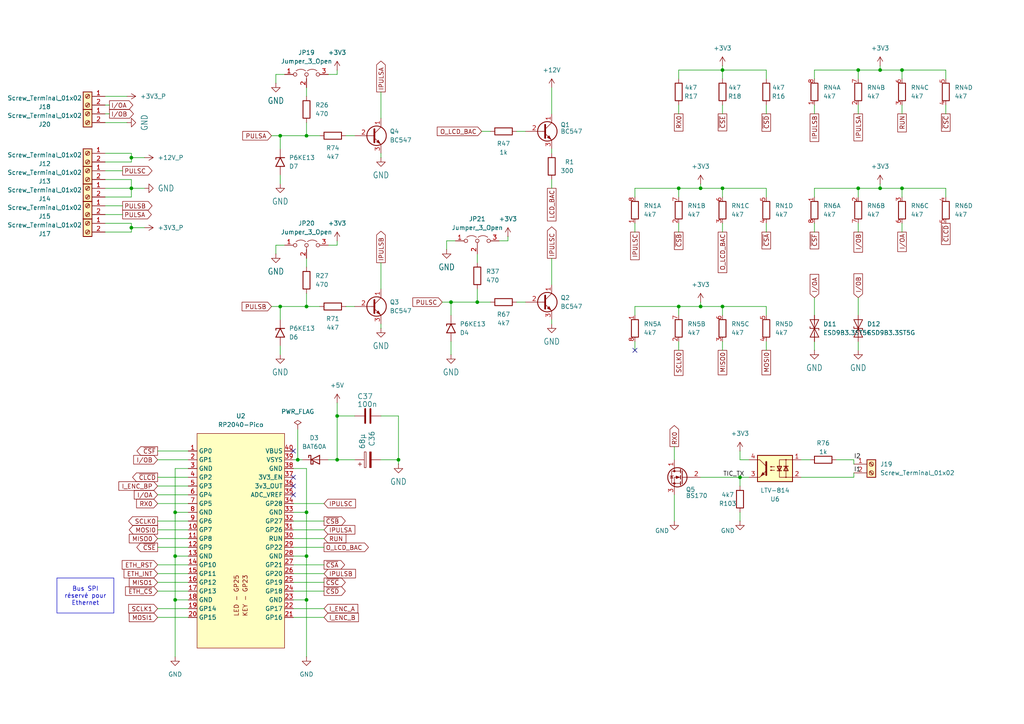
<source format=kicad_sch>
(kicad_sch (version 20231120) (generator "eeschema") (generator_version "8.0")
  (paper "A4")
  (lib_symbols
    (symbol "Connector:Screw_Terminal_01x02" (pin_names (offset 1.016) hide)
      (property "Reference" "J" (at 0 2.54 0))
      (property "Value" "Screw_Terminal_01x02" (at 0 -5.08 0))
      (symbol "Screw_Terminal_01x02_1_1"
        (pin passive line (at -5.08 0 0) (length 3.81) (name "Pin_1") (number "1"))
        (pin passive line (at -5.08 -2.54 0) (length 3.81) (name "Pin_2") (number "2"))
      )
    )
    (symbol "Device:C" (pin_numbers hide) (pin_names (offset 0.254))
      (property "Reference" "C" (at 0.635 2.54 0))
      (property "Value" "C" (at 0.635 -2.54 0))
      (symbol "C_1_1"
        (pin passive line (at 0 3.81 270) (length 2.794) (name "~") (number "1"))
        (pin passive line (at 0 -3.81 90) (length 2.794) (name "~") (number "2"))
      )
    )
    (symbol "Device:C_Polarized" (pin_numbers hide) (pin_names (offset 0.254))
      (property "Reference" "C" (at 0.635 2.54 0))
      (property "Value" "C_Polarized" (at 0.635 -2.54 0))
      (symbol "C_Polarized_1_1"
        (pin passive line (at 0 3.81 270) (length 2.794) (name "~") (number "1"))
        (pin passive line (at 0 -3.81 90) (length 2.794) (name "~") (number "2"))
      )
    )
    (symbol "Device:R" (pin_numbers hide) (pin_names (offset 0))
      (property "Reference" "R" (at 2.032 0 90))
      (property "Value" "R" (at 0 0 90))
      (symbol "R_1_1"
        (pin passive line (at 0 3.81 270) (length 1.27) (name "~") (number "1"))
        (pin passive line (at 0 -3.81 90) (length 1.27) (name "~") (number "2"))
      )
    )
    (symbol "Device:R_Pack04_Split" (pin_names (offset 0) hide)
      (property "Reference" "RN" (at 2.032 0 90))
      (property "Value" "R_Pack04_Split" (at 0 0 90))
      (symbol "R_Pack04_Split_1_1"
        (pin passive line (at 0 -3.81 90) (length 1.27) (name "R1.1") (number "1"))
        (pin passive line (at 0 3.81 270) (length 1.27) (name "R1.2") (number "8"))
      )
      (symbol "R_Pack04_Split_2_1"
        (pin passive line (at 0 -3.81 90) (length 1.27) (name "R2.1") (number "2"))
        (pin passive line (at 0 3.81 270) (length 1.27) (name "R2.2") (number "7"))
      )
      (symbol "R_Pack04_Split_3_1"
        (pin passive line (at 0 -3.81 90) (length 1.27) (name "R3.1") (number "3"))
        (pin passive line (at 0 3.81 270) (length 1.27) (name "R3.2") (number "6"))
      )
      (symbol "R_Pack04_Split_4_1"
        (pin passive line (at 0 -3.81 90) (length 1.27) (name "R4.1") (number "4"))
        (pin passive line (at 0 3.81 270) (length 1.27) (name "R4.2") (number "5"))
      )
    )
    (symbol "Diode:1N62xxA" (pin_numbers hide) (pin_names (offset 1.016) hide)
      (property "Reference" "D" (at 0 2.54 0))
      (property "Value" "1N62xxA" (at 0 -2.54 0))
      (symbol "1N62xxA_1_1"
        (pin passive line (at -3.81 0 0) (length 2.54) (name "A1") (number "1"))
        (pin passive line (at 3.81 0 180) (length 2.54) (name "A2") (number "2"))
      )
    )
    (symbol "Diode:BAT60A" (pin_numbers hide) (pin_names (offset 1.016) hide)
      (property "Reference" "D" (at 0 2.54 0))
      (property "Value" "BAT60A" (at 0 -2.54 0))
      (symbol "BAT60A_1_1"
        (pin passive line (at -3.81 0 0) (length 2.54) (name "K") (number "1"))
        (pin passive line (at 3.81 0 180) (length 2.54) (name "A") (number "2"))
      )
    )
    (symbol "Diode:ESD9B3.3ST5G" (pin_numbers hide) (pin_names (offset 1.016) hide)
      (property "Reference" "D" (at 0 2.54 0))
      (property "Value" "ESD9B3.3ST5G" (at 0 -2.54 0))
      (symbol "ESD9B3.3ST5G_1_1"
        (pin passive line (at -3.81 0 0) (length 2.54) (name "A1") (number "1"))
        (pin passive line (at 3.81 0 180) (length 2.54) (name "A2") (number "2"))
      )
    )
    (symbol "Isolator:LTV-814" (pin_names (offset 1.016))
      (property "Reference" "U" (at -5.08 5.08 0))
      (property "Value" "LTV-814" (at 0 5.08 0))
      (symbol "LTV-814_1_1"
        (pin passive line (at -7.62 2.54 0) (length 2.54) (name "~") (number "1"))
        (pin passive line (at -7.62 -2.54 0) (length 2.54) (name "~") (number "2"))
        (pin passive line (at 7.62 -2.54 180) (length 2.54) (name "~") (number "3"))
        (pin passive line (at 7.62 2.54 180) (length 2.54) (name "~") (number "4"))
      )
    )
    (symbol "Jumper:Jumper_3_Open" (pin_names (offset 0) hide) (exclude_from_sim yes) (in_bom no)
      (property "Reference" "JP" (at -2.54 -2.54 0))
      (property "Value" "Jumper_3_Open" (at 0 2.794 0))
      (symbol "Jumper_3_Open_1_1"
        (pin passive line (at -6.35 0 0) (length 2.54) (name "A") (number "1"))
        (pin passive line (at 0 -3.81 90) (length 2.54) (name "C") (number "2"))
        (pin passive line (at 6.35 0 180) (length 2.54) (name "B") (number "3"))
      )
    )
    (symbol "RP2040-Pico:RP2040-Pico"
      (property "Reference" "U903" (at 0 25.4 0))
      (property "Value" "RP2040-Pico" (at 0 22.86 0))
      (symbol "RP2040-Pico_0_0"
        (text "KEY - GP23" (at 1.27 -26.67 900) (effects (font (size 1.27 1.27))))
        (text "LED - GP25" (at -1.27 -26.67 900) (effects (font (size 1.27 1.27))))
      )
      (symbol "RP2040-Pico_1_1"
        (pin bidirectional line (at -15.24 15.24 0) (length 2.54) (name "GP0") (number "1"))
        (pin bidirectional line (at -15.24 -7.62 0) (length 2.54) (name "GP7") (number "10"))
        (pin bidirectional line (at -15.24 -10.16 0) (length 2.54) (name "GP8") (number "11"))
        (pin bidirectional line (at -15.24 -12.7 0) (length 2.54) (name "GP9") (number "12"))
        (pin power_in line (at -15.24 -15.24 0) (length 2.54) (name "GND") (number "13"))
        (pin bidirectional line (at -15.24 -17.78 0) (length 2.54) (name "GP10") (number "14"))
        (pin bidirectional line (at -15.24 -20.32 0) (length 2.54) (name "GP11") (number "15"))
        (pin bidirectional line (at -15.24 -22.86 0) (length 2.54) (name "GP12") (number "16"))
        (pin bidirectional line (at -15.24 -25.4 0) (length 2.54) (name "GP13") (number "17"))
        (pin power_in line (at -15.24 -27.94 0) (length 2.54) (name "GND") (number "18"))
        (pin bidirectional line (at -15.24 -30.48 0) (length 2.54) (name "GP14") (number "19"))
        (pin bidirectional line (at -15.24 12.7 0) (length 2.54) (name "GP1") (number "2"))
        (pin bidirectional line (at -15.24 -33.02 0) (length 2.54) (name "GP15") (number "20"))
        (pin bidirectional line (at 15.24 -33.02 180) (length 2.54) (name "GP16") (number "21"))
        (pin bidirectional line (at 15.24 -30.48 180) (length 2.54) (name "GP17") (number "22"))
        (pin power_in line (at 15.24 -27.94 180) (length 2.54) (name "GND") (number "23"))
        (pin bidirectional line (at 15.24 -25.4 180) (length 2.54) (name "GP18") (number "24"))
        (pin bidirectional line (at 15.24 -22.86 180) (length 2.54) (name "GP19") (number "25"))
        (pin bidirectional line (at 15.24 -20.32 180) (length 2.54) (name "GP20") (number "26"))
        (pin bidirectional line (at 15.24 -17.78 180) (length 2.54) (name "GP21") (number "27"))
        (pin power_in line (at 15.24 -15.24 180) (length 2.54) (name "GND") (number "28"))
        (pin bidirectional line (at 15.24 -12.7 180) (length 2.54) (name "GP22") (number "29"))
        (pin power_in line (at -15.24 10.16 0) (length 2.54) (name "GND") (number "3"))
        (pin input line (at 15.24 -10.16 180) (length 2.54) (name "RUN") (number "30"))
        (pin bidirectional line (at 15.24 -7.62 180) (length 2.54) (name "GP26") (number "31"))
        (pin bidirectional line (at 15.24 -5.08 180) (length 2.54) (name "GP27") (number "32"))
        (pin power_in line (at 15.24 -2.54 180) (length 2.54) (name "GND") (number "33"))
        (pin bidirectional line (at 15.24 0 180) (length 2.54) (name "GP28") (number "34"))
        (pin bidirectional line (at 15.24 2.54 180) (length 2.54) (name "ADC_VREF") (number "35"))
        (pin power_out line (at 15.24 5.08 180) (length 2.54) (name "3v3_OUT") (number "36"))
        (pin input line (at 15.24 7.62 180) (length 2.54) (name "3V3_EN") (number "37"))
        (pin power_in line (at 15.24 10.16 180) (length 2.54) (name "GND") (number "38"))
        (pin power_in line (at 15.24 12.7 180) (length 2.54) (name "VSYS") (number "39"))
        (pin bidirectional line (at -15.24 7.62 0) (length 2.54) (name "GP2") (number "4"))
        (pin power_out line (at 15.24 15.24 180) (length 2.54) (name "VBUS") (number "40"))
        (pin bidirectional line (at -15.24 5.08 0) (length 2.54) (name "GP3") (number "5"))
        (pin bidirectional line (at -15.24 2.54 0) (length 2.54) (name "GP4") (number "6"))
        (pin bidirectional line (at -15.24 0 0) (length 2.54) (name "GP5") (number "7"))
        (pin power_in line (at -15.24 -2.54 0) (length 2.54) (name "GND") (number "8"))
        (pin bidirectional line (at -15.24 -5.08 0) (length 2.54) (name "GP6") (number "9"))
      )
    )
    (symbol "Transistor_BJT:BC547" (pin_names (offset 0) hide)
      (property "Reference" "Q" (at 5.08 1.905 0))
      (property "Value" "BC547" (at 5.08 0 0))
      (symbol "BC547_1_1"
        (pin passive line (at 2.54 5.08 270) (length 2.54) (name "C") (number "1"))
        (pin input line (at -5.08 0 0) (length 5.08) (name "B") (number "2"))
        (pin passive line (at 2.54 -5.08 90) (length 2.54) (name "E") (number "3"))
      )
    )
    (symbol "Transistor_FET:BS170" (pin_names hide)
      (property "Reference" "Q" (at 5.08 1.905 0))
      (property "Value" "BS170" (at 5.08 0 0))
      (symbol "BS170_1_1"
        (pin passive line (at 2.54 5.08 270) (length 2.54) (name "D") (number "1"))
        (pin input line (at -5.08 0 0) (length 2.54) (name "G") (number "2"))
        (pin passive line (at 2.54 -5.08 90) (length 2.54) (name "S") (number "3"))
      )
    )
    (symbol "power:+12V" (power) (pin_numbers hide) (pin_names (offset 0) hide)
      (property "Value" "+12V" (at 0 3.556 0))
      (symbol "+12V_1_1"
        (pin power_in line (at 0 0 90) (length 0) (name "~") (number "1"))
      )
    )
    (symbol "power:+3V3" (power) (pin_numbers hide) (pin_names (offset 0) hide)
      (property "Value" "+3V3" (at 0 3.556 0))
      (symbol "+3V3_1_1"
        (pin power_in line (at 0 0 90) (length 0) (name "~") (number "1"))
      )
    )
    (symbol "power:+5V" (power) (pin_numbers hide) (pin_names (offset 0) hide)
      (property "Value" "+5V" (at 0 3.556 0))
      (symbol "+5V_1_1"
        (pin power_in line (at 0 0 90) (length 0) (name "~") (number "1"))
      )
    )
    (symbol "power:GND" (power) (pin_numbers hide) (pin_names (offset 0) hide)
      (property "Value" "GND" (at 0 -3.81 0))
      (symbol "GND_1_1"
        (pin power_in line (at 0 0 270) (length 0) (name "~") (number "1"))
      )
    )
    (symbol "power:PWR_FLAG" (power) (pin_numbers hide) (pin_names (offset 0) hide)
      (property "Value" "PWR_FLAG" (at 0 3.81 0))
      (symbol "PWR_FLAG_0_0"
        (pin power_out line (at 0 0 90) (length 0) (name "~") (number "1"))
      )
    )
  )
  (junction (at 255.27 54.61))
  (junction (at 81.28 39.37))
  (junction (at 50.8 161.29))
  (junction (at 88.9 173.99))
  (junction (at 86.36 133.35))
  (junction (at 97.79 120.65))
  (junction (at 88.9 148.59))
  (junction (at 196.85 54.61))
  (junction (at 50.8 148.59))
  (junction (at 209.55 20.32))
  (junction (at 261.62 20.32))
  (junction (at 88.9 88.9))
  (junction (at 209.55 88.9))
  (junction (at 138.43 87.63))
  (junction (at 88.9 161.29))
  (junction (at 50.8 173.99))
  (junction (at 209.55 54.61))
  (junction (at 248.92 54.61))
  (junction (at 214.63 138.43))
  (junction (at 97.79 133.35))
  (junction (at 38.1 66.04))
  (junction (at 203.2 88.9))
  (junction (at 196.85 88.9))
  (junction (at 88.9 39.37))
  (junction (at 203.2 54.61))
  (junction (at 115.57 133.35))
  (junction (at 261.62 54.61))
  (junction (at 130.81 87.63))
  (junction (at 38.1 54.61))
  (junction (at 38.1 45.72))
  (junction (at 255.27 20.32))
  (junction (at 81.28 88.9))
  (junction (at 248.92 20.32))
  (no_connect (at 85.09 138.43))
  (no_connect (at 184.15 101.6))
  (no_connect (at 85.09 140.97))
  (no_connect (at 85.09 143.51))
  (no_connect (at 85.09 130.81))
  (wire (pts (xy 85.09 173.99) (xy 88.9 173.99)))
  (wire (pts (xy 88.9 74.93) (xy 88.9 77.47)))
  (wire (pts (xy 232.41 138.43) (xy 247.65 138.43)))
  (wire (pts (xy 35.56 62.23) (xy 30.48 62.23)))
  (wire (pts (xy 196.85 101.6) (xy 196.85 99.06)))
  (wire (pts (xy 30.48 33.02) (xy 31.75 33.02)))
  (wire (pts (xy 149.86 87.63) (xy 152.4 87.63)))
  (wire (pts (xy 110.49 44.45) (xy 110.49 45.72)))
  (wire (pts (xy 261.62 20.32) (xy 261.62 22.86)))
  (wire (pts (xy 85.09 161.29) (xy 88.9 161.29)))
  (wire (pts (xy 45.72 166.37) (xy 54.61 166.37)))
  (wire (pts (xy 261.62 67.31) (xy 261.62 64.77)))
  (wire (pts (xy 195.58 143.51) (xy 195.58 151.13)))
  (wire (pts (xy 203.2 88.9) (xy 209.55 88.9)))
  (wire (pts (xy 209.55 88.9) (xy 209.55 91.44)))
  (wire (pts (xy 45.72 179.07) (xy 54.61 179.07)))
  (wire (pts (xy 38.1 66.04) (xy 38.1 67.31)))
  (wire (pts (xy 274.32 20.32) (xy 274.32 22.86)))
  (wire (pts (xy 88.9 85.09) (xy 88.9 88.9)))
  (wire (pts (xy 93.98 166.37) (xy 85.09 166.37)))
  (wire (pts (xy 184.15 99.06) (xy 184.15 101.6)))
  (wire (pts (xy 88.9 35.56) (xy 88.9 39.37)))
  (wire (pts (xy 50.8 161.29) (xy 54.61 161.29)))
  (wire (pts (xy 184.15 88.9) (xy 184.15 91.44)))
  (wire (pts (xy 255.27 53.34) (xy 255.27 54.61)))
  (wire (pts (xy 88.9 135.89) (xy 85.09 135.89)))
  (wire (pts (xy 110.49 133.35) (xy 115.57 133.35)))
  (wire (pts (xy 184.15 64.77) (xy 184.15 67.31)))
  (wire (pts (xy 261.62 54.61) (xy 274.32 54.61)))
  (wire (pts (xy 30.48 35.56) (xy 36.83 35.56)))
  (wire (pts (xy 45.72 151.13) (xy 54.61 151.13)))
  (wire (pts (xy 261.62 33.02) (xy 261.62 30.48)))
  (wire (pts (xy 209.55 20.32) (xy 196.85 20.32)))
  (wire (pts (xy 203.2 53.34) (xy 203.2 54.61)))
  (wire (pts (xy 203.2 88.9) (xy 196.85 88.9)))
  (wire (pts (xy 45.72 156.21) (xy 54.61 156.21)))
  (wire (pts (xy 50.8 135.89) (xy 54.61 135.89)))
  (wire (pts (xy 30.48 67.31) (xy 38.1 67.31)))
  (wire (pts (xy 35.56 59.69) (xy 30.48 59.69)))
  (wire (pts (xy 88.9 135.89) (xy 88.9 148.59)))
  (wire (pts (xy 97.79 21.59) (xy 97.79 20.32)))
  (wire (pts (xy 30.48 30.48) (xy 31.75 30.48)))
  (wire (pts (xy 248.92 99.06) (xy 248.92 101.6)))
  (wire (pts (xy 38.1 57.15) (xy 30.48 57.15)))
  (wire (pts (xy 130.81 87.63) (xy 130.81 91.44)))
  (wire (pts (xy 115.57 133.35) (xy 115.57 134.62)))
  (wire (pts (xy 242.57 133.35) (xy 247.65 133.35)))
  (wire (pts (xy 88.9 25.4) (xy 88.9 27.94)))
  (wire (pts (xy 236.22 20.32) (xy 236.22 22.86)))
  (wire (pts (xy 30.48 44.45) (xy 38.1 44.45)))
  (wire (pts (xy 236.22 54.61) (xy 236.22 57.15)))
  (wire (pts (xy 209.55 19.05) (xy 209.55 20.32)))
  (wire (pts (xy 100.33 39.37) (xy 102.87 39.37)))
  (wire (pts (xy 236.22 99.06) (xy 236.22 101.6)))
  (wire (pts (xy 248.92 20.32) (xy 248.92 22.86)))
  (wire (pts (xy 41.91 66.04) (xy 38.1 66.04)))
  (wire (pts (xy 93.98 151.13) (xy 85.09 151.13)))
  (wire (pts (xy 30.48 52.07) (xy 38.1 52.07)))
  (wire (pts (xy 110.49 120.65) (xy 115.57 120.65)))
  (wire (pts (xy 261.62 54.61) (xy 261.62 57.15)))
  (wire (pts (xy 50.8 148.59) (xy 50.8 161.29)))
  (wire (pts (xy 81.28 100.33) (xy 81.28 102.87)))
  (wire (pts (xy 209.55 101.6) (xy 209.55 99.06)))
  (wire (pts (xy 160.02 92.71) (xy 160.02 93.98)))
  (wire (pts (xy 45.72 158.75) (xy 54.61 158.75)))
  (wire (pts (xy 196.85 88.9) (xy 196.85 91.44)))
  (wire (pts (xy 88.9 173.99) (xy 88.9 190.5)))
  (wire (pts (xy 209.55 54.61) (xy 222.25 54.61)))
  (wire (pts (xy 195.58 129.54) (xy 195.58 133.35)))
  (wire (pts (xy 248.92 54.61) (xy 236.22 54.61)))
  (wire (pts (xy 222.25 101.6) (xy 222.25 99.06)))
  (wire (pts (xy 247.65 137.16) (xy 247.65 138.43)))
  (wire (pts (xy 88.9 39.37) (xy 92.71 39.37)))
  (wire (pts (xy 274.32 33.02) (xy 274.32 30.48)))
  (wire (pts (xy 203.2 54.61) (xy 209.55 54.61)))
  (wire (pts (xy 184.15 54.61) (xy 196.85 54.61)))
  (wire (pts (xy 214.63 148.59) (xy 214.63 151.13)))
  (wire (pts (xy 30.48 64.77) (xy 38.1 64.77)))
  (wire (pts (xy 88.9 88.9) (xy 92.71 88.9)))
  (wire (pts (xy 30.48 27.94) (xy 36.83 27.94)))
  (wire (pts (xy 86.36 124.46) (xy 86.36 133.35)))
  (wire (pts (xy 45.72 130.81) (xy 54.61 130.81)))
  (wire (pts (xy 93.98 163.83) (xy 85.09 163.83)))
  (wire (pts (xy 38.1 45.72) (xy 41.91 45.72)))
  (wire (pts (xy 87.63 133.35) (xy 86.36 133.35)))
  (wire (pts (xy 80.01 21.59) (xy 82.55 21.59)))
  (wire (pts (xy 81.28 50.8) (xy 81.28 53.34)))
  (wire (pts (xy 248.92 54.61) (xy 248.92 57.15)))
  (wire (pts (xy 147.32 69.85) (xy 147.32 68.58)))
  (wire (pts (xy 248.92 54.61) (xy 255.27 54.61)))
  (wire (pts (xy 236.22 33.02) (xy 236.22 30.48)))
  (wire (pts (xy 139.7 38.1) (xy 142.24 38.1)))
  (wire (pts (xy 236.22 20.32) (xy 248.92 20.32)))
  (wire (pts (xy 38.1 44.45) (xy 38.1 45.72)))
  (wire (pts (xy 81.28 88.9) (xy 81.28 92.71)))
  (wire (pts (xy 209.55 88.9) (xy 222.25 88.9)))
  (wire (pts (xy 80.01 71.12) (xy 82.55 71.12)))
  (wire (pts (xy 115.57 120.65) (xy 115.57 133.35)))
  (wire (pts (xy 209.55 20.32) (xy 209.55 22.86)))
  (wire (pts (xy 38.1 64.77) (xy 38.1 66.04)))
  (wire (pts (xy 130.81 87.63) (xy 138.43 87.63)))
  (wire (pts (xy 88.9 161.29) (xy 88.9 173.99)))
  (wire (pts (xy 138.43 87.63) (xy 142.24 87.63)))
  (wire (pts (xy 93.98 168.91) (xy 85.09 168.91)))
  (wire (pts (xy 248.92 33.02) (xy 248.92 30.48)))
  (wire (pts (xy 184.15 88.9) (xy 196.85 88.9)))
  (wire (pts (xy 160.02 25.4) (xy 160.02 33.02)))
  (wire (pts (xy 95.25 71.12) (xy 97.79 71.12)))
  (wire (pts (xy 110.49 93.98) (xy 110.49 95.25)))
  (wire (pts (xy 160.02 74.93) (xy 160.02 82.55)))
  (wire (pts (xy 248.92 64.77) (xy 248.92 67.31)))
  (wire (pts (xy 138.43 83.82) (xy 138.43 87.63)))
  (wire (pts (xy 149.86 38.1) (xy 152.4 38.1)))
  (wire (pts (xy 85.09 156.21) (xy 93.98 156.21)))
  (wire (pts (xy 81.28 39.37) (xy 81.28 43.18)))
  (wire (pts (xy 255.27 19.05) (xy 255.27 20.32)))
  (wire (pts (xy 196.85 54.61) (xy 203.2 54.61)))
  (wire (pts (xy 93.98 179.07) (xy 85.09 179.07)))
  (wire (pts (xy 248.92 20.32) (xy 255.27 20.32)))
  (wire (pts (xy 209.55 33.02) (xy 209.55 30.48)))
  (wire (pts (xy 50.8 173.99) (xy 50.8 190.5)))
  (wire (pts (xy 41.91 54.61) (xy 38.1 54.61)))
  (wire (pts (xy 248.92 86.36) (xy 248.92 91.44)))
  (wire (pts (xy 45.72 143.51) (xy 54.61 143.51)))
  (wire (pts (xy 214.63 138.43) (xy 214.63 140.97)))
  (wire (pts (xy 236.22 67.31) (xy 236.22 64.77)))
  (wire (pts (xy 45.72 146.05) (xy 54.61 146.05)))
  (wire (pts (xy 81.28 88.9) (xy 88.9 88.9)))
  (wire (pts (xy 274.32 54.61) (xy 274.32 57.15)))
  (wire (pts (xy 93.98 153.67) (xy 85.09 153.67)))
  (wire (pts (xy 217.17 138.43) (xy 214.63 138.43)))
  (wire (pts (xy 236.22 86.36) (xy 236.22 91.44)))
  (wire (pts (xy 50.8 161.29) (xy 50.8 173.99)))
  (wire (pts (xy 95.25 21.59) (xy 97.79 21.59)))
  (wire (pts (xy 45.72 171.45) (xy 54.61 171.45)))
  (wire (pts (xy 222.25 33.02) (xy 222.25 30.48)))
  (wire (pts (xy 93.98 171.45) (xy 85.09 171.45)))
  (wire (pts (xy 209.55 54.61) (xy 209.55 57.15)))
  (wire (pts (xy 45.72 153.67) (xy 54.61 153.67)))
  (wire (pts (xy 128.27 87.63) (xy 130.81 87.63)))
  (wire (pts (xy 214.63 130.81) (xy 214.63 133.35)))
  (wire (pts (xy 38.1 45.72) (xy 38.1 46.99)))
  (wire (pts (xy 100.33 88.9) (xy 102.87 88.9)))
  (wire (pts (xy 102.87 133.35) (xy 97.79 133.35)))
  (wire (pts (xy 30.48 46.99) (xy 38.1 46.99)))
  (wire (pts (xy 203.2 87.63) (xy 203.2 88.9)))
  (wire (pts (xy 222.25 67.31) (xy 222.25 64.77)))
  (wire (pts (xy 110.49 76.2) (xy 110.49 83.82)))
  (wire (pts (xy 247.65 134.62) (xy 247.65 133.35)))
  (wire (pts (xy 88.9 148.59) (xy 88.9 161.29)))
  (wire (pts (xy 222.25 88.9) (xy 222.25 91.44)))
  (wire (pts (xy 45.72 176.53) (xy 54.61 176.53)))
  (wire (pts (xy 209.55 20.32) (xy 222.25 20.32)))
  (wire (pts (xy 255.27 54.61) (xy 261.62 54.61)))
  (wire (pts (xy 160.02 52.07) (xy 160.02 54.61)))
  (wire (pts (xy 80.01 73.66) (xy 80.01 71.12)))
  (wire (pts (xy 255.27 20.32) (xy 261.62 20.32)))
  (wire (pts (xy 93.98 146.05) (xy 85.09 146.05)))
  (wire (pts (xy 81.28 39.37) (xy 88.9 39.37)))
  (wire (pts (xy 196.85 67.31) (xy 196.85 64.77)))
  (wire (pts (xy 130.81 99.06) (xy 130.81 102.87)))
  (wire (pts (xy 222.25 54.61) (xy 222.25 57.15)))
  (wire (pts (xy 38.1 54.61) (xy 38.1 52.07)))
  (wire (pts (xy 160.02 43.18) (xy 160.02 44.45)))
  (wire (pts (xy 30.48 54.61) (xy 38.1 54.61)))
  (wire (pts (xy 232.41 133.35) (xy 234.95 133.35)))
  (wire (pts (xy 196.85 54.61) (xy 196.85 57.15)))
  (wire (pts (xy 45.72 168.91) (xy 54.61 168.91)))
  (wire (pts (xy 50.8 135.89) (xy 50.8 148.59)))
  (wire (pts (xy 144.78 69.85) (xy 147.32 69.85)))
  (wire (pts (xy 95.25 133.35) (xy 97.79 133.35)))
  (wire (pts (xy 45.72 138.43) (xy 54.61 138.43)))
  (wire (pts (xy 50.8 148.59) (xy 54.61 148.59)))
  (wire (pts (xy 38.1 54.61) (xy 38.1 57.15)))
  (wire (pts (xy 138.43 73.66) (xy 138.43 76.2)))
  (wire (pts (xy 93.98 176.53) (xy 85.09 176.53)))
  (wire (pts (xy 110.49 26.67) (xy 110.49 34.29)))
  (wire (pts (xy 184.15 54.61) (xy 184.15 57.15)))
  (wire (pts (xy 217.17 133.35) (xy 214.63 133.35)))
  (wire (pts (xy 35.56 49.53) (xy 30.48 49.53)))
  (wire (pts (xy 45.72 133.35) (xy 54.61 133.35)))
  (wire (pts (xy 50.8 173.99) (xy 54.61 173.99)))
  (wire (pts (xy 97.79 116.84) (xy 97.79 120.65)))
  (wire (pts (xy 102.87 120.65) (xy 97.79 120.65)))
  (wire (pts (xy 80.01 24.13) (xy 80.01 21.59)))
  (wire (pts (xy 129.54 69.85) (xy 132.08 69.85)))
  (wire (pts (xy 45.72 163.83) (xy 54.61 163.83)))
  (wire (pts (xy 209.55 67.31) (xy 209.55 64.77)))
  (wire (pts (xy 97.79 120.65) (xy 97.79 133.35)))
  (wire (pts (xy 78.74 39.37) (xy 81.28 39.37)))
  (wire (pts (xy 129.54 72.39) (xy 129.54 69.85)))
  (wire (pts (xy 261.62 20.32) (xy 274.32 20.32)))
  (wire (pts (xy 222.25 20.32) (xy 222.25 22.86)))
  (wire (pts (xy 85.09 148.59) (xy 88.9 148.59)))
  (wire (pts (xy 78.74 88.9) (xy 81.28 88.9)))
  (wire (pts (xy 214.63 138.43) (xy 203.2 138.43)))
  (wire (pts (xy 45.72 140.97) (xy 54.61 140.97)))
  (wire (pts (xy 93.98 158.75) (xy 85.09 158.75)))
  (wire (pts (xy 196.85 33.02) (xy 196.85 30.48)))
  (wire (pts (xy 97.79 71.12) (xy 97.79 69.85)))
  (wire (pts (xy 196.85 20.32) (xy 196.85 22.86)))
  (wire (pts (xy 86.36 133.35) (xy 85.09 133.35)))
  (text_box "Bus SPI réservé pour\nEthernet" (at 16.51 167.64 0) (size 16.51 10.16) (effects (font (size 1.27 1.27))))
  (label "TIC_TX" (at 215.9 138.43 180))
  (label "I1" (at 247.65 137.16 0))
  (label "I2" (at 247.65 133.35 0))
  (global_label "IPULSA" (shape output) (at 110.49 26.67 90) (property "Intersheetrefs" "${INTERSHEET_REFS}" (effects (hide yes))))
  (global_label "PULSC" (shape input) (at 128.27 87.63 180) (property "Intersheetrefs" "${INTERSHEET_REFS}" (effects (hide yes))))
  (global_label "I{slash}OB" (shape passive) (at 248.92 67.31 270) (property "Intersheetrefs" "${INTERSHEET_REFS}" (effects (hide yes))))
  (global_label "I_ENC_BP" (shape input) (at 45.72 140.97 180) (property "Intersheetrefs" "${INTERSHEET_REFS}" (effects (hide yes))))
  (global_label "IPULSC" (shape output) (at 160.02 74.93 90) (property "Intersheetrefs" "${INTERSHEET_REFS}" (effects (hide yes))))
  (global_label "O_LCD_BAC" (shape output) (at 93.98 158.75 0) (property "Intersheetrefs" "${INTERSHEET_REFS}" (effects (hide yes))))
  (global_label "I_ENC_B" (shape input) (at 93.98 179.07 0) (property "Intersheetrefs" "${INTERSHEET_REFS}" (effects (hide yes))))
  (global_label "I{slash}OA" (shape passive) (at 261.62 67.31 270) (property "Intersheetrefs" "${INTERSHEET_REFS}" (effects (hide yes))))
  (global_label "I_ENC_A" (shape input) (at 93.98 176.53 0) (property "Intersheetrefs" "${INTERSHEET_REFS}" (effects (hide yes))))
  (global_label "~{CSF}" (shape output) (at 45.72 130.81 180) (property "Intersheetrefs" "${INTERSHEET_REFS}" (effects (hide yes))))
  (global_label "I{slash}OA" (shape output) (at 31.75 30.48 0) (property "Intersheetrefs" "${INTERSHEET_REFS}" (effects (hide yes))))
  (global_label "PULSA" (shape input) (at 78.74 39.37 180) (property "Intersheetrefs" "${INTERSHEET_REFS}" (effects (hide yes))))
  (global_label "MOSI1" (shape input) (at 45.72 179.07 180) (property "Intersheetrefs" "${INTERSHEET_REFS}" (effects (hide yes))))
  (global_label "RUN" (shape passive) (at 261.62 33.02 270) (property "Intersheetrefs" "${INTERSHEET_REFS}" (effects (hide yes))))
  (global_label "~{CLCD}" (shape output) (at 45.72 138.43 180) (property "Intersheetrefs" "${INTERSHEET_REFS}" (effects (hide yes))))
  (global_label "I{slash}OA" (shape input) (at 45.72 143.51 180) (property "Intersheetrefs" "${INTERSHEET_REFS}" (effects (hide yes))))
  (global_label "I{slash}OA" (shape input) (at 236.22 86.36 90) (property "Intersheetrefs" "${INTERSHEET_REFS}" (effects (hide yes))))
  (global_label "~{CSE}" (shape passive) (at 209.55 33.02 270) (property "Intersheetrefs" "${INTERSHEET_REFS}" (effects (hide yes))))
  (global_label "MOSI0" (shape output) (at 45.72 153.67 180) (property "Intersheetrefs" "${INTERSHEET_REFS}" (effects (hide yes))))
  (global_label "PULSC" (shape output) (at 35.56 49.53 0) (property "Intersheetrefs" "${INTERSHEET_REFS}" (effects (hide yes))))
  (global_label "RX0" (shape passive) (at 196.85 33.02 270) (property "Intersheetrefs" "${INTERSHEET_REFS}" (effects (hide yes))))
  (global_label "MISO1" (shape input) (at 45.72 168.91 180) (property "Intersheetrefs" "${INTERSHEET_REFS}" (effects (hide yes))))
  (global_label "~{CSC}" (shape passive) (at 274.32 33.02 270) (property "Intersheetrefs" "${INTERSHEET_REFS}" (effects (hide yes))))
  (global_label "~{ETH_CS}" (shape input) (at 45.72 171.45 180) (property "Intersheetrefs" "${INTERSHEET_REFS}" (effects (hide yes))))
  (global_label "RX0" (shape output) (at 195.58 129.54 90) (property "Intersheetrefs" "${INTERSHEET_REFS}" (effects (hide yes))))
  (global_label "RX0" (shape input) (at 45.72 146.05 180) (property "Intersheetrefs" "${INTERSHEET_REFS}" (effects (hide yes))))
  (global_label "~{CLCD}" (shape passive) (at 274.32 64.77 270) (property "Intersheetrefs" "${INTERSHEET_REFS}" (effects (hide yes))))
  (global_label "~{CSD}" (shape passive) (at 222.25 33.02 270) (property "Intersheetrefs" "${INTERSHEET_REFS}" (effects (hide yes))))
  (global_label "ETH_INT" (shape input) (at 45.72 166.37 180) (property "Intersheetrefs" "${INTERSHEET_REFS}" (effects (hide yes))))
  (global_label "O_LCD_BAC" (shape input) (at 139.7 38.1 180) (property "Intersheetrefs" "${INTERSHEET_REFS}" (effects (hide yes))))
  (global_label "LCD_BAC" (shape passive) (at 160.02 54.61 270) (property "Intersheetrefs" "${INTERSHEET_REFS}" (effects (hide yes))))
  (global_label "MOSI0" (shape passive) (at 222.25 101.6 270) (property "Intersheetrefs" "${INTERSHEET_REFS}" (effects (hide yes))))
  (global_label "ETH_RST" (shape input) (at 45.72 163.83 180) (property "Intersheetrefs" "${INTERSHEET_REFS}" (effects (hide yes))))
  (global_label "I{slash}OB" (shape input) (at 45.72 133.35 180) (property "Intersheetrefs" "${INTERSHEET_REFS}" (effects (hide yes))))
  (global_label "I{slash}OB" (shape output) (at 31.75 33.02 0) (property "Intersheetrefs" "${INTERSHEET_REFS}" (effects (hide yes))))
  (global_label "~{CSC}" (shape output) (at 93.98 168.91 0) (property "Intersheetrefs" "${INTERSHEET_REFS}" (effects (hide yes))))
  (global_label "SCLK0" (shape passive) (at 196.85 101.6 270) (property "Intersheetrefs" "${INTERSHEET_REFS}" (effects (hide yes))))
  (global_label "IPULSB" (shape passive) (at 236.22 33.02 270) (property "Intersheetrefs" "${INTERSHEET_REFS}" (effects (hide yes))))
  (global_label "RUN" (shape input) (at 93.98 156.21 0) (property "Intersheetrefs" "${INTERSHEET_REFS}" (effects (hide yes))))
  (global_label "MISO0" (shape input) (at 45.72 156.21 180) (property "Intersheetrefs" "${INTERSHEET_REFS}" (effects (hide yes))))
  (global_label "~{CSD}" (shape output) (at 93.98 171.45 0) (property "Intersheetrefs" "${INTERSHEET_REFS}" (effects (hide yes))))
  (global_label "IPULSC" (shape input) (at 93.98 146.05 0) (property "Intersheetrefs" "${INTERSHEET_REFS}" (effects (hide yes))))
  (global_label "O_LCD_BAC" (shape passive) (at 209.55 67.31 270) (property "Intersheetrefs" "${INTERSHEET_REFS}" (effects (hide yes))))
  (global_label "~{CSB}" (shape output) (at 93.98 151.13 0) (property "Intersheetrefs" "${INTERSHEET_REFS}" (effects (hide yes))))
  (global_label "MISO0" (shape passive) (at 209.55 101.6 270) (property "Intersheetrefs" "${INTERSHEET_REFS}" (effects (hide yes))))
  (global_label "IPULSA" (shape input) (at 93.98 153.67 0) (property "Intersheetrefs" "${INTERSHEET_REFS}" (effects (hide yes))))
  (global_label "PULSB" (shape input) (at 78.74 88.9 180) (property "Intersheetrefs" "${INTERSHEET_REFS}" (effects (hide yes))))
  (global_label "IPULSC" (shape passive) (at 184.15 67.31 270) (property "Intersheetrefs" "${INTERSHEET_REFS}" (effects (hide yes))))
  (global_label "PULSB" (shape output) (at 35.56 59.69 0) (property "Intersheetrefs" "${INTERSHEET_REFS}" (effects (hide yes))))
  (global_label "IPULSB" (shape output) (at 110.49 76.2 90) (property "Intersheetrefs" "${INTERSHEET_REFS}" (effects (hide yes))))
  (global_label "~{CSE}" (shape output) (at 45.72 158.75 180) (property "Intersheetrefs" "${INTERSHEET_REFS}" (effects (hide yes))))
  (global_label "IPULSB" (shape input) (at 93.98 166.37 0) (property "Intersheetrefs" "${INTERSHEET_REFS}" (effects (hide yes))))
  (global_label "~{CSA}" (shape output) (at 93.98 163.83 0) (property "Intersheetrefs" "${INTERSHEET_REFS}" (effects (hide yes))))
  (global_label "IPULSA" (shape passive) (at 248.92 33.02 270) (property "Intersheetrefs" "${INTERSHEET_REFS}" (effects (hide yes))))
  (global_label "~{CSF}" (shape passive) (at 236.22 67.31 270) (property "Intersheetrefs" "${INTERSHEET_REFS}" (effects (hide yes))))
  (global_label "SCLK0" (shape output) (at 45.72 151.13 180) (property "Intersheetrefs" "${INTERSHEET_REFS}" (effects (hide yes))))
  (global_label "I{slash}OB" (shape input) (at 248.92 86.36 90) (property "Intersheetrefs" "${INTERSHEET_REFS}" (effects (hide yes))))
  (global_label "~{CSB}" (shape passive) (at 196.85 67.31 270) (property "Intersheetrefs" "${INTERSHEET_REFS}" (effects (hide yes))))
  (global_label "PULSA" (shape output) (at 35.56 62.23 0) (property "Intersheetrefs" "${INTERSHEET_REFS}" (effects (hide yes))))
  (global_label "~{CSA}" (shape passive) (at 222.25 67.31 270) (property "Intersheetrefs" "${INTERSHEET_REFS}" (effects (hide yes))))
  (global_label "SCLK1" (shape input) (at 45.72 176.53 180) (property "Intersheetrefs" "${INTERSHEET_REFS}" (effects (hide yes))))
  (symbol (lib_id "power:+3V3") (at 209.55 19.05 0) (mirror y) (unit 1)
    (property "Reference" "#PWR0914" (effects (hide yes)))
    (property "Value" "+3V3" (at 209.55 13.97 0))
    (property "Description" "Power symbol creates a global label with name \"+3V3\"" (effects (hide yes)))
  )
  (symbol (lib_id "power:+3V3") (at 203.2 87.63 0) (mirror y) (unit 1)
    (property "Reference" "#PWR0913" (effects (hide yes)))
    (property "Value" "+3V3" (at 203.2 82.55 0))
    (property "Description" "Power symbol creates a global label with name \"+3V3\"" (effects (hide yes)))
  )
  (symbol (lib_id "power:GND") (at 130.81 102.87 0) (unit 1)
    (property "Reference" "#GND0911" (effects (hide yes)))
    (property "Value" "GND" (at 130.81 107.95 0) (effects (font (size 1.778 1.5113))))
    (property "Description" "Power symbol creates a global label with name \"GND\" , ground" (effects (hide yes)))
  )
  (symbol (lib_id "RP2040-Pico:RP2040-Pico") (at 69.85 146.05 0) (unit 1)
    (property "Reference" "U2" (at 69.85 120.65 0))
    (property "Value" "RP2040-Pico" (at 69.85 123.19 0))
    (property "Footprint" "RP2040-Pico:RP2040-Pico_CMS" (effects (hide yes)))
    (property "Datasheet" "https://www.raspberrypi.com/documentation/microcontrollers/pico-series.html" (effects (hide yes)))
    (property "Description" "A microcontroller by Raspberry Pi" (effects (hide yes)))
  )
  (symbol (lib_id "Device:R") (at 209.55 26.67 0) (mirror y) (unit 1)
    (property "Reference" "R18" (at 213.106 27.94 0))
    (property "Value" "4k7" (at 213.106 25.4 0))
    (property "Footprint" "Resistor_SMD:R_1210_3225Metric_Pad1.30x2.65mm_HandSolder" (effects (hide yes)))
    (property "Description" "Resistor" (effects (hide yes)))
  )
  (symbol (lib_id "power:GND") (at 41.91 54.61 90) (mirror x) (unit 1)
    (property "Reference" "#GND0902" (effects (hide yes)))
    (property "Value" "GND" (at 45.72 54.61 90) (effects (font (size 1.778 1.5113)) (justify right)))
    (property "Description" "Power symbol creates a global label with name \"GND\" , ground" (effects (hide yes)))
  )
  (symbol (lib_id "power:GND") (at 81.28 102.87 0) (unit 1)
    (property "Reference" "#GND0906" (effects (hide yes)))
    (property "Value" "GND" (at 81.28 107.95 0) (effects (font (size 1.778 1.5113))))
    (property "Description" "Power symbol creates a global label with name \"GND\" , ground" (effects (hide yes)))
  )
  (symbol (lib_id "Device:R") (at 146.05 38.1 90) (unit 1)
    (property "Reference" "R47" (at 146.05 41.656 90))
    (property "Value" "1k" (at 146.05 44.196 90))
    (property "Footprint" "Resistor_SMD:R_1210_3225Metric_Pad1.30x2.65mm_HandSolder" (effects (hide yes)))
    (property "Description" "Resistor" (effects (hide yes)))
  )
  (symbol (lib_id "power:+3V3") (at 214.63 130.81 0) (unit 1)
    (property "Reference" "#PWR0915" (effects (hide yes)))
    (property "Value" "+3V3" (at 214.63 125.73 0))
    (property "Description" "Power symbol creates a global label with name \"+3V3\"" (effects (hide yes)))
  )
  (symbol (lib_id "power:GND") (at 110.49 95.25 0) (unit 1)
    (property "Reference" "#GND0908" (effects (hide yes)))
    (property "Value" "GND" (at 110.49 100.33 0) (effects (font (size 1.778 1.5113))))
    (property "Description" "Power symbol creates a global label with name \"GND\" , ground" (effects (hide yes)))
  )
  (symbol (lib_id "power:+3V3") (at 203.2 53.34 0) (mirror y) (unit 1)
    (property "Reference" "#PWR0912" (effects (hide yes)))
    (property "Value" "+3V3" (at 203.2 48.26 0))
    (property "Description" "Power symbol creates a global label with name \"+3V3\"" (effects (hide yes)))
  )
  (symbol (lib_id "Device:R") (at 214.63 144.78 0) (unit 1)
    (property "Reference" "R103" (at 211.074 146.05 0))
    (property "Value" "4k7" (at 211.074 143.51 0))
    (property "Footprint" "Resistor_SMD:R_1210_3225Metric_Pad1.30x2.65mm_HandSolder" (effects (hide yes)))
    (property "Description" "Resistor" (effects (hide yes)))
  )
  (symbol (lib_id "Transistor_BJT:BC547") (at 107.95 39.37 0) (unit 1)
    (property "Reference" "Q4" (at 113.03 38.0999 0) (effects (justify left)))
    (property "Value" "BC547" (at 113.03 40.6399 0) (effects (justify left)))
    (property "Footprint" "Package_TO_SOT_THT:TO-92_Inline" (effects (hide yes)))
    (property "Datasheet" "https://www.onsemi.com/pub/Collateral/BC550-D.pdf" (effects (hide yes)))
    (property "Description" "0.1A Ic, 45V Vce, Small Signal NPN Transistor, TO-92" (effects (hide yes)))
  )
  (symbol (lib_id "Jumper:Jumper_3_Open") (at 88.9 71.12 0) (unit 1) (exclude_from_sim yes) (in_bom no)
    (property "Reference" "JP20" (at 88.9 64.77 0))
    (property "Value" "Jumper_3_Open" (at 88.9 67.31 0))
    (property "Footprint" "Connector_PinHeader_2.54mm:PinHeader_1x03_P2.54mm_Vertical" (effects (hide yes)))
    (property "Description" "Jumper, 3-pole, both open" (effects (hide yes)))
    (property "Type" "KNITTER-SWITCH MFP113D" (effects (hide yes)))
  )
  (symbol (lib_id "Device:R_Pack04_Split") (at 274.32 60.96 180) (unit 4)
    (property "Reference" "RN6" (at 276.86 59.6899 0) (effects (justify right)))
    (property "Value" "4k7" (at 276.86 62.2299 0) (effects (justify right)))
    (property "Footprint" "Resistor_SMD:R_Array_Convex_4x1206" (effects (hide yes)))
    (property "Description" "4 resistor network, parallel topology, split" (effects (hide yes)))
    (property "Fournisseur" "Bourns CAT16A-103J4LF" (effects (hide yes)))
  )
  (symbol (lib_id "Connector:Screw_Terminal_01x02") (at 25.4 49.53 0) (mirror y) (unit 1)
    (property "Reference" "J13" (at 12.954 52.578 0))
    (property "Value" "Screw_Terminal_01x02" (at 12.954 50.038 0))
    (property "Footprint" "User_Footprint_Terminal:TerminalBlock_VN_1x02_P2.54mm_Horizontal" (effects (hide yes)))
    (property "Description" "Generic screw terminal, single row, 01x02, script generated (kicad-library-utils/schlib/autogen/connector/)" (effects (hide yes)))
  )
  (symbol (lib_id "Device:R") (at 222.25 26.67 0) (mirror y) (unit 1)
    (property "Reference" "R16" (at 225.806 27.94 0))
    (property "Value" "4k7" (at 225.806 25.4 0))
    (property "Footprint" "Resistor_SMD:R_1210_3225Metric_Pad1.30x2.65mm_HandSolder" (effects (hide yes)))
    (property "Description" "Resistor" (effects (hide yes)))
  )
  (symbol (lib_id "Device:R_Pack04_Split") (at 184.15 60.96 0) (unit 1)
    (property "Reference" "RN1" (at 186.69 59.6899 0) (effects (justify left)))
    (property "Value" "4k7" (at 186.69 62.2299 0) (effects (justify left)))
    (property "Footprint" "Resistor_SMD:R_Array_Convex_4x1206" (effects (hide yes)))
    (property "Description" "4 resistor network, parallel topology, split" (effects (hide yes)))
    (property "Fournisseur" "Bourns CAT16A-103J4LF" (effects (hide yes)))
  )
  (symbol (lib_id "Device:R_Pack04_Split") (at 222.25 60.96 0) (unit 4)
    (property "Reference" "RN1" (at 224.79 59.6899 0) (effects (justify left)))
    (property "Value" "4k7" (at 224.79 62.2299 0) (effects (justify left)))
    (property "Footprint" "Resistor_SMD:R_Array_Convex_4x1206" (effects (hide yes)))
    (property "Description" "4 resistor network, parallel topology, split" (effects (hide yes)))
    (property "Fournisseur" "Bourns CAT16A-103J4LF" (effects (hide yes)))
  )
  (symbol (lib_id "power:+3V3") (at 97.79 69.85 0) (mirror y) (unit 1)
    (property "Reference" "#PWR0907" (effects (hide yes)))
    (property "Value" "+3V3" (at 97.79 64.77 0))
    (property "Description" "Power symbol creates a global label with name \"+3V3\"" (effects (hide yes)))
  )
  (symbol (lib_id "power:GND") (at 36.83 35.56 90) (mirror x) (unit 1)
    (property "Reference" "#GND0901" (effects (hide yes)))
    (property "Value" "GND" (at 41.91 35.56 0) (effects (font (size 1.778 1.5113))))
    (property "Description" "Power symbol creates a global label with name \"GND\" , ground" (effects (hide yes)))
  )
  (symbol (lib_id "power:GND") (at 50.8 190.5 0) (unit 1)
    (property "Reference" "#PWR0904" (effects (hide yes)))
    (property "Value" "GND" (at 50.8 195.58 0))
    (property "Description" "Power symbol creates a global label with name \"GND\" , ground" (effects (hide yes)))
  )
  (symbol (lib_id "power:GND") (at 214.63 151.13 0) (unit 1)
    (property "Reference" "#PWR0916" (effects (hide yes)))
    (property "Value" "GND" (at 211.074 153.924 0))
    (property "Description" "Power symbol creates a global label with name \"GND\" , ground" (effects (hide yes)))
  )
  (symbol (lib_id "power:GND") (at 129.54 72.39 0) (unit 1)
    (property "Reference" "#GND0910" (effects (hide yes)))
    (property "Value" "GND" (at 129.54 77.47 0) (effects (font (size 1.778 1.5113))))
    (property "Description" "Power symbol creates a global label with name \"GND\" , ground" (effects (hide yes)))
  )
  (symbol (lib_id "power:+3V3") (at 97.79 20.32 0) (mirror y) (unit 1)
    (property "Reference" "#PWR0906" (effects (hide yes)))
    (property "Value" "+3V3" (at 97.79 15.24 0))
    (property "Description" "Power symbol creates a global label with name \"+3V3\"" (effects (hide yes)))
  )
  (symbol (lib_id "Device:R_Pack04_Split") (at 261.62 60.96 180) (unit 3)
    (property "Reference" "RN6" (at 264.16 59.6899 0) (effects (justify right)))
    (property "Value" "4k7" (at 264.16 62.2299 0) (effects (justify right)))
    (property "Footprint" "Resistor_SMD:R_Array_Convex_4x1206" (effects (hide yes)))
    (property "Description" "4 resistor network, parallel topology, split" (effects (hide yes)))
    (property "Fournisseur" "Bourns CAT16A-103J4LF" (effects (hide yes)))
  )
  (symbol (lib_id "Connector:Screw_Terminal_01x02") (at 252.73 134.62 0) (unit 1)
    (property "Reference" "J19" (at 255.27 134.6199 0) (effects (justify left)))
    (property "Value" "Screw_Terminal_01x02" (at 255.27 137.1599 0) (effects (justify left)))
    (property "Footprint" "User_Footprint_Terminal:TerminalBlock_VN_1x02_P2.54mm_Horizontal" (effects (hide yes)))
    (property "Description" "Generic screw terminal, single row, 01x02, script generated (kicad-library-utils/schlib/autogen/connector/)" (effects (hide yes)))
  )
  (symbol (lib_id "Device:R_Pack04_Split") (at 196.85 60.96 0) (unit 2)
    (property "Reference" "RN1" (at 199.39 59.6899 0) (effects (justify left)))
    (property "Value" "4k7" (at 199.39 62.2299 0) (effects (justify left)))
    (property "Footprint" "Resistor_SMD:R_Array_Convex_4x1206" (effects (hide yes)))
    (property "Description" "4 resistor network, parallel topology, split" (effects (hide yes)))
    (property "Fournisseur" "Bourns CAT16A-103J4LF" (effects (hide yes)))
  )
  (symbol (lib_id "Connector:Screw_Terminal_01x02") (at 25.4 64.77 0) (mirror y) (unit 1)
    (property "Reference" "J17" (at 12.954 67.818 0))
    (property "Value" "Screw_Terminal_01x02" (at 12.954 65.278 0))
    (property "Footprint" "User_Footprint_Terminal:TerminalBlock_VN_1x02_P2.54mm_Horizontal" (effects (hide yes)))
    (property "Description" "Generic screw terminal, single row, 01x02, script generated (kicad-library-utils/schlib/autogen/connector/)" (effects (hide yes)))
  )
  (symbol (lib_id "Device:R_Pack04_Split") (at 274.32 26.67 0) (unit 4)
    (property "Reference" "RN4" (at 276.86 25.3999 0) (effects (justify left)))
    (property "Value" "4k7" (at 276.86 27.9399 0) (effects (justify left)))
    (property "Footprint" "Resistor_SMD:R_Array_Convex_4x1206" (effects (hide yes)))
    (property "Description" "4 resistor network, parallel topology, split" (effects (hide yes)))
    (property "Fournisseur" "Bourns CAT16A-103J4LF" (effects (hide yes)))
  )
  (symbol (lib_id "power:GND") (at 80.01 73.66 0) (unit 1)
    (property "Reference" "#GND0904" (effects (hide yes)))
    (property "Value" "GND" (at 80.01 78.74 0) (effects (font (size 1.778 1.5113))))
    (property "Description" "Power symbol creates a global label with name \"GND\" , ground" (effects (hide yes)))
  )
  (symbol (lib_id "power:GND") (at 195.58 151.13 0) (unit 1)
    (property "Reference" "#PWR0911" (effects (hide yes)))
    (property "Value" "GND" (at 192.024 153.924 0))
    (property "Description" "Power symbol creates a global label with name \"GND\" , ground" (effects (hide yes)))
  )
  (symbol (lib_id "Device:R_Pack04_Split") (at 236.22 60.96 180) (unit 1)
    (property "Reference" "RN6" (at 238.76 59.6899 0) (effects (justify right)))
    (property "Value" "4k7" (at 238.76 62.2299 0) (effects (justify right)))
    (property "Footprint" "Resistor_SMD:R_Array_Convex_4x1206" (effects (hide yes)))
    (property "Description" "4 resistor network, parallel topology, split" (effects (hide yes)))
    (property "Fournisseur" "Bourns CAT16A-103J4LF" (effects (hide yes)))
  )
  (symbol (lib_id "power:+3V3") (at 147.32 68.58 0) (mirror y) (unit 1)
    (property "Reference" "#PWR0909" (effects (hide yes)))
    (property "Value" "+3V3" (at 147.32 63.5 0))
    (property "Description" "Power symbol creates a global label with name \"+3V3\"" (effects (hide yes)))
  )
  (symbol (lib_id "power:GND") (at 236.22 101.6 0) (unit 1)
    (property "Reference" "#GND0913" (effects (hide yes)))
    (property "Value" "GND" (at 236.22 106.68 0) (effects (font (size 1.778 1.5113))))
    (property "Description" "Power symbol creates a global label with name \"GND\" , ground" (effects (hide yes)))
  )
  (symbol (lib_id "power:+3V3") (at 41.91 66.04 270) (unit 1)
    (property "Reference" "#PWR0903" (effects (hide yes)))
    (property "Value" "+3V3_P" (at 45.72 66.0401 90) (effects (justify left)))
    (property "Description" "Power symbol creates a global label with name \"+3V3\"" (effects (hide yes)))
  )
  (symbol (lib_id "Connector:Screw_Terminal_01x02") (at 25.4 54.61 0) (mirror y) (unit 1)
    (property "Reference" "J14" (at 12.954 57.658 0))
    (property "Value" "Screw_Terminal_01x02" (at 12.954 55.118 0))
    (property "Footprint" "User_Footprint_Terminal:TerminalBlock_VN_1x02_P2.54mm_Horizontal" (effects (hide yes)))
    (property "Description" "Generic screw terminal, single row, 01x02, script generated (kicad-library-utils/schlib/autogen/connector/)" (effects (hide yes)))
  )
  (symbol (lib_id "power:PWR_FLAG") (at 86.36 124.46 0) (unit 1)
    (property "Reference" "#FLG0901" (effects (hide yes)))
    (property "Value" "PWR_FLAG" (at 86.36 119.38 0))
    (property "Description" "Special symbol for telling ERC where power comes from" (effects (hide yes)))
  )
  (symbol (lib_id "Device:R") (at 146.05 87.63 90) (unit 1)
    (property "Reference" "R67" (at 146.05 91.186 90))
    (property "Value" "4k7" (at 146.05 93.726 90))
    (property "Footprint" "Resistor_SMD:R_1210_3225Metric_Pad1.30x2.65mm_HandSolder" (effects (hide yes)))
    (property "Description" "Resistor" (effects (hide yes)))
  )
  (symbol (lib_id "power:GND") (at 248.92 101.6 0) (unit 1)
    (property "Reference" "#GND0914" (effects (hide yes)))
    (property "Value" "GND" (at 248.92 106.68 0) (effects (font (size 1.778 1.5113))))
    (property "Description" "Power symbol creates a global label with name \"GND\" , ground" (effects (hide yes)))
  )
  (symbol (lib_id "power:+3V3") (at 255.27 53.34 0) (mirror y) (unit 1)
    (property "Reference" "#PWR0918" (effects (hide yes)))
    (property "Value" "+3V3" (at 255.27 48.26 0))
    (property "Description" "Power symbol creates a global label with name \"+3V3\"" (effects (hide yes)))
  )
  (symbol (lib_id "Diode:ESD9B3.3ST5G") (at 236.22 95.25 90) (unit 1)
    (property "Reference" "D11" (at 238.76 93.9799 90) (effects (justify right)))
    (property "Value" "ESD9B3.3ST5G" (at 238.76 96.5199 90) (effects (justify right)))
    (property "Footprint" "Diode_SMD:D_SOD-923" (effects (hide yes)))
    (property "Datasheet" "https://www.onsemi.com/pub/Collateral/ESD9B-D.PDF" (effects (hide yes)))
    (property "Description" "ESD protection diode, 3.3Vrwm, SOD-923" (effects (hide yes)))
  )
  (symbol (lib_id "Diode:1N62xxA") (at 81.28 46.99 90) (mirror x) (unit 1)
    (property "Reference" "D7" (at 83.82 48.2601 90) (effects (justify right)))
    (property "Value" "P6KE13" (at 83.82 45.7201 90) (effects (justify right)))
    (property "Footprint" "Diode_THT:D_DO-15_P2.54mm_Vertical_AnodeUp" (effects (hide yes)))
    (property "Description" "Bidirectional transient-voltage-suppression diode" (effects (hide yes)))
  )
  (symbol (lib_id "Transistor_FET:BS170") (at 198.12 138.43 0) (mirror y) (unit 1)
    (property "Reference" "Q5" (at 201.676 141.986 0) (effects (justify left)))
    (property "Value" "BS170" (at 205.232 143.764 0) (effects (justify left)))
    (property "Footprint" "Package_TO_SOT_THT:TO-92_Inline" (effects (hide yes)))
    (property "Datasheet" "https://www.onsemi.com/pub/Collateral/BS170-D.PDF" (effects (hide yes)))
    (property "Description" "0.5A Id, 60V Vds, N-Channel MOSFET, TO-92" (effects (hide yes)))
  )
  (symbol (lib_id "Device:R_Pack04_Split") (at 222.25 95.25 0) (unit 4)
    (property "Reference" "RN5" (at 224.79 93.9799 0) (effects (justify left)))
    (property "Value" "4k7" (at 224.79 96.5199 0) (effects (justify left)))
    (property "Footprint" "Resistor_SMD:R_Array_Convex_4x1206" (effects (hide yes)))
    (property "Description" "4 resistor network, parallel topology, split" (effects (hide yes)))
    (property "Fournisseur" "Bourns CAT16A-103J4LF" (effects (hide yes)))
  )
  (symbol (lib_id "Device:R") (at 138.43 80.01 0) (unit 1)
    (property "Reference" "R37" (at 140.97 78.74 0) (effects (justify left)))
    (property "Value" "470" (at 140.97 81.28 0) (effects (justify left)))
    (property "Footprint" "Resistor_SMD:R_1210_3225Metric_Pad1.30x2.65mm_HandSolder" (effects (hide yes)))
    (property "Description" "Resistor" (effects (hide yes)))
  )
  (symbol (lib_id "power:GND") (at 110.49 45.72 0) (unit 1)
    (property "Reference" "#GND0907" (effects (hide yes)))
    (property "Value" "GND" (at 110.49 50.8 0) (effects (font (size 1.778 1.5113))))
    (property "Description" "Power symbol creates a global label with name \"GND\" , ground" (effects (hide yes)))
  )
  (symbol (lib_id "Diode:1N62xxA") (at 81.28 96.52 90) (mirror x) (unit 1)
    (property "Reference" "D6" (at 83.82 97.7901 90) (effects (justify right)))
    (property "Value" "P6KE13" (at 83.82 95.2501 90) (effects (justify right)))
    (property "Footprint" "Diode_THT:D_DO-15_P2.54mm_Vertical_AnodeUp" (effects (hide yes)))
    (property "Description" "Bidirectional transient-voltage-suppression diode" (effects (hide yes)))
  )
  (symbol (lib_id "power:GND") (at 160.02 93.98 0) (unit 1)
    (property "Reference" "#GND0912" (effects (hide yes)))
    (property "Value" "GND" (at 160.02 99.06 0) (effects (font (size 1.778 1.5113))))
    (property "Description" "Power symbol creates a global label with name \"GND\" , ground" (effects (hide yes)))
  )
  (symbol (lib_id "Diode:BAT60A") (at 91.44 133.35 0) (unit 1)
    (property "Reference" "D3" (at 91.1225 127 0))
    (property "Value" "BAT60A" (at 91.1225 129.54 0))
    (property "Footprint" "Diode_SMD:D_SOD-323" (effects (hide yes)))
    (property "Datasheet" "https://www.infineon.com/dgdl/Infineon-BAT60ASERIES-DS-v01_01-en.pdf?fileId=db3a304313d846880113def70c9304a9" (effects (hide yes)))
    (property "Description" "10V 3A High Current Recitifier Schottky Diode, SOD-323" (effects (hide yes)))
  )
  (symbol (lib_id "Transistor_BJT:BC547") (at 157.48 87.63 0) (unit 1)
    (property "Reference" "Q2" (at 162.56 86.3599 0) (effects (justify left)))
    (property "Value" "BC547" (at 162.56 88.8999 0) (effects (justify left)))
    (property "Footprint" "Package_TO_SOT_THT:TO-92_Inline" (effects (hide yes)))
    (property "Datasheet" "https://www.onsemi.com/pub/Collateral/BC550-D.pdf" (effects (hide yes)))
    (property "Description" "0.1A Ic, 45V Vce, Small Signal NPN Transistor, TO-92" (effects (hide yes)))
  )
  (symbol (lib_id "Device:R_Pack04_Split") (at 196.85 95.25 0) (unit 2)
    (property "Reference" "RN5" (at 199.39 93.9799 0) (effects (justify left)))
    (property "Value" "4k7" (at 199.39 96.5199 0) (effects (justify left)))
    (property "Footprint" "Resistor_SMD:R_Array_Convex_4x1206" (effects (hide yes)))
    (property "Description" "4 resistor network, parallel topology, split" (effects (hide yes)))
    (property "Fournisseur" "Bourns CAT16A-103J4LF" (effects (hide yes)))
  )
  (symbol (lib_id "Device:R_Pack04_Split") (at 248.92 60.96 180) (unit 2)
    (property "Reference" "RN6" (at 251.46 59.6899 0) (effects (justify right)))
    (property "Value" "4k7" (at 251.46 62.2299 0) (effects (justify right)))
    (property "Footprint" "Resistor_SMD:R_Array_Convex_4x1206" (effects (hide yes)))
    (property "Description" "4 resistor network, parallel topology, split" (effects (hide yes)))
    (property "Fournisseur" "Bourns CAT16A-103J4LF" (effects (hide yes)))
  )
  (symbol (lib_id "Device:R") (at 96.52 88.9 90) (unit 1)
    (property "Reference" "R71" (at 96.52 92.456 90))
    (property "Value" "4k7" (at 96.52 94.996 90))
    (property "Footprint" "Resistor_SMD:R_1210_3225Metric_Pad1.30x2.65mm_HandSolder" (effects (hide yes)))
    (property "Description" "Resistor" (effects (hide yes)))
  )
  (symbol (lib_id "power:+5V") (at 97.79 116.84 0) (unit 1)
    (property "Reference" "#PWR0908" (effects (hide yes)))
    (property "Value" "+5V" (at 97.79 111.76 0))
    (property "Description" "Power symbol creates a global label with name \"+5V\"" (effects (hide yes)))
  )
  (symbol (lib_id "Connector:Screw_Terminal_01x02") (at 25.4 59.69 0) (mirror y) (unit 1)
    (property "Reference" "J15" (at 12.954 62.738 0))
    (property "Value" "Screw_Terminal_01x02" (at 12.954 60.198 0))
    (property "Footprint" "User_Footprint_Terminal:TerminalBlock_VN_1x02_P2.54mm_Horizontal" (effects (hide yes)))
    (property "Description" "Generic screw terminal, single row, 01x02, script generated (kicad-library-utils/schlib/autogen/connector/)" (effects (hide yes)))
  )
  (symbol (lib_id "Device:R_Pack04_Split") (at 184.15 95.25 180) (unit 1)
    (property "Reference" "RN5" (at 186.69 93.9799 0) (effects (justify right)))
    (property "Value" "4k7" (at 186.69 96.5199 0) (effects (justify right)))
    (property "Footprint" "Resistor_SMD:R_Array_Convex_4x1206" (effects (hide yes)))
    (property "Description" "4 resistor network, parallel topology, split" (effects (hide yes)))
    (property "Fournisseur" "Bourns CAT16A-103J4LF" (effects (hide yes)))
  )
  (symbol (lib_id "Device:R") (at 196.85 26.67 0) (mirror y) (unit 1)
    (property "Reference" "R17" (at 200.406 27.94 0))
    (property "Value" "4k7" (at 200.406 25.4 0))
    (property "Footprint" "Resistor_SMD:R_1210_3225Metric_Pad1.30x2.65mm_HandSolder" (effects (hide yes)))
    (property "Description" "Resistor" (effects (hide yes)))
  )
  (symbol (lib_id "Device:C_Polarized") (at 106.68 133.35 90) (unit 1)
    (property "Reference" "C36" (at 108.712 129.54 0) (effects (font (size 1.4986 1.4986)) (justify left bottom)))
    (property "Value" "68µ" (at 105.918 130.302 0) (effects (font (size 1.4986 1.4986)) (justify left bottom)))
    (property "Footprint" "Capacitor_SMD:CP_Elec_6.3x5.8" (effects (hide yes)))
    (property "Description" "Polarized capacitor" (effects (hide yes)))
    (property "manf#" "GRM21BR61E106MA73L" (effects (hide yes)))
  )
  (symbol (lib_id "power:GND") (at 115.57 134.62 0) (unit 1)
    (property "Reference" "#GND0909" (effects (hide yes)))
    (property "Value" "GND" (at 115.57 139.7 0) (effects (font (size 1.778 1.5113))))
    (property "Description" "Power symbol creates a global label with name \"GND\" , ground" (effects (hide yes)))
  )
  (symbol (lib_id "power:GND") (at 88.9 190.5 0) (unit 1)
    (property "Reference" "#PWR0905" (effects (hide yes)))
    (property "Value" "GND" (at 88.9 195.58 0))
    (property "Description" "Power symbol creates a global label with name \"GND\" , ground" (effects (hide yes)))
  )
  (symbol (lib_id "power:+12V") (at 41.91 45.72 270) (mirror x) (unit 1)
    (property "Reference" "#PWR0902" (effects (hide yes)))
    (property "Value" "+12V_P" (at 45.72 45.7201 90) (effects (justify left)))
    (property "Description" "Power symbol creates a global label with name \"+12V\"" (effects (hide yes)))
  )
  (symbol (lib_id "Device:R") (at 238.76 133.35 90) (unit 1)
    (property "Reference" "R76" (at 238.76 128.524 90))
    (property "Value" "1k" (at 238.76 131.064 90))
    (property "Footprint" "Resistor_SMD:R_1210_3225Metric_Pad1.30x2.65mm_HandSolder" (effects (hide yes)))
    (property "Description" "Resistor" (effects (hide yes)))
  )
  (symbol (lib_id "Device:R_Pack04_Split") (at 248.92 26.67 0) (unit 2)
    (property "Reference" "RN4" (at 251.46 25.3999 0) (effects (justify left)))
    (property "Value" "4k7" (at 251.46 27.9399 0) (effects (justify left)))
    (property "Footprint" "Resistor_SMD:R_Array_Convex_4x1206" (effects (hide yes)))
    (property "Description" "4 resistor network, parallel topology, split" (effects (hide yes)))
    (property "Fournisseur" "Bourns CAT16A-103J4LF" (effects (hide yes)))
  )
  (symbol (lib_id "Diode:ESD9B3.3ST5G") (at 248.92 95.25 90) (unit 1)
    (property "Reference" "D12" (at 251.46 93.9799 90) (effects (justify right)))
    (property "Value" "ESD9B3.3ST5G" (at 251.46 96.5199 90) (effects (justify right)))
    (property "Footprint" "Diode_SMD:D_SOD-923" (effects (hide yes)))
    (property "Datasheet" "https://www.onsemi.com/pub/Collateral/ESD9B-D.PDF" (effects (hide yes)))
    (property "Description" "ESD protection diode, 3.3Vrwm, SOD-923" (effects (hide yes)))
  )
  (symbol (lib_id "Isolator:LTV-814") (at 224.79 135.89 0) (mirror y) (unit 1)
    (property "Reference" "U6" (at 224.79 144.78 0))
    (property "Value" "LTV-814" (at 224.79 142.24 0))
    (property "Footprint" "Package_DIP:SMDIP-4_W7.62mm" (effects (hide yes)))
    (property "Datasheet" "https://optoelectronics.liteon.com/upload/download/DS-70-96-0013/LTV-8X4%20series%20201509.pdf" (effects (hide yes)))
    (property "Description" "AC/DC Optocoupler, Vce 35V, CTR 20%, DIP4" (effects (hide yes)))
  )
  (symbol (lib_id "Connector:Screw_Terminal_01x02") (at 25.4 27.94 0) (mirror y) (unit 1)
    (property "Reference" "J18" (at 12.954 30.988 0))
    (property "Value" "Screw_Terminal_01x02" (at 12.954 28.448 0))
    (property "Footprint" "User_Footprint_Terminal:TerminalBlock_VN_1x02_P2.54mm_Horizontal" (effects (hide yes)))
    (property "Description" "Generic screw terminal, single row, 01x02, script generated (kicad-library-utils/schlib/autogen/connector/)" (effects (hide yes)))
  )
  (symbol (lib_id "Jumper:Jumper_3_Open") (at 138.43 69.85 0) (unit 1) (exclude_from_sim yes) (in_bom no)
    (property "Reference" "JP21" (at 138.43 63.5 0))
    (property "Value" "Jumper_3_Open" (at 138.43 66.04 0))
    (property "Footprint" "Connector_PinHeader_2.54mm:PinHeader_1x03_P2.54mm_Vertical" (effects (hide yes)))
    (property "Description" "Jumper, 3-pole, both open" (effects (hide yes)))
    (property "Type" "KNITTER-SWITCH MFP113D" (effects (hide yes)))
  )
  (symbol (lib_id "Device:R_Pack04_Split") (at 236.22 26.67 0) (unit 1)
    (property "Reference" "RN4" (at 238.76 25.3999 0) (effects (justify left)))
    (property "Value" "4k7" (at 238.76 27.9399 0) (effects (justify left)))
    (property "Footprint" "Resistor_SMD:R_Array_Convex_4x1206" (effects (hide yes)))
    (property "Description" "4 resistor network, parallel topology, split" (effects (hide yes)))
    (property "Fournisseur" "Bourns CAT16A-103J4LF" (effects (hide yes)))
  )
  (symbol (lib_id "power:GND") (at 81.28 53.34 0) (unit 1)
    (property "Reference" "#GND0905" (effects (hide yes)))
    (property "Value" "GND" (at 81.28 58.42 0) (effects (font (size 1.778 1.5113))))
    (property "Description" "Power symbol creates a global label with name \"GND\" , ground" (effects (hide yes)))
  )
  (symbol (lib_id "power:GND") (at 80.01 24.13 0) (unit 1)
    (property "Reference" "#GND0903" (effects (hide yes)))
    (property "Value" "GND" (at 80.01 29.21 0) (effects (font (size 1.778 1.5113))))
    (property "Description" "Power symbol creates a global label with name \"GND\" , ground" (effects (hide yes)))
  )
  (symbol (lib_id "Diode:1N62xxA") (at 130.81 95.25 90) (mirror x) (unit 1)
    (property "Reference" "D4" (at 133.35 96.5201 90) (effects (justify right)))
    (property "Value" "P6KE13" (at 133.35 93.9801 90) (effects (justify right)))
    (property "Footprint" "Diode_THT:D_DO-15_P2.54mm_Vertical_AnodeUp" (effects (hide yes)))
    (property "Description" "Bidirectional transient-voltage-suppression diode" (effects (hide yes)))
  )
  (symbol (lib_id "Device:R_Pack04_Split") (at 209.55 95.25 0) (unit 3)
    (property "Reference" "RN5" (at 212.09 93.9799 0) (effects (justify left)))
    (property "Value" "4k7" (at 212.09 96.5199 0) (effects (justify left)))
    (property "Footprint" "Resistor_SMD:R_Array_Convex_4x1206" (effects (hide yes)))
    (property "Description" "4 resistor network, parallel topology, split" (effects (hide yes)))
    (property "Fournisseur" "Bourns CAT16A-103J4LF" (effects (hide yes)))
  )
  (symbol (lib_id "Device:C") (at 106.68 120.65 90) (mirror x) (unit 1)
    (property "Reference" "C37" (at 108.204 115.824 90) (effects (font (size 1.4986 1.4986)) (justify left bottom)))
    (property "Value" "100n" (at 109.474 118.11 90) (effects (font (size 1.4986 1.4986)) (justify left bottom)))
    (property "Footprint" "Capacitor_SMD:C_1812_4532Metric_Pad1.57x3.40mm_HandSolder" (effects (hide yes)))
    (property "Description" "Unpolarized capacitor" (effects (hide yes)))
    (property "manf#" "C0603C104K5RAC3190" (effects (hide yes)))
  )
  (symbol (lib_id "power:+3V3") (at 255.27 19.05 0) (mirror y) (unit 1)
    (property "Reference" "#PWR0917" (effects (hide yes)))
    (property "Value" "+3V3" (at 255.27 13.97 0))
    (property "Description" "Power symbol creates a global label with name \"+3V3\"" (effects (hide yes)))
  )
  (symbol (lib_id "Device:R") (at 88.9 81.28 0) (unit 1)
    (property "Reference" "R27" (at 91.44 80.01 0) (effects (justify left)))
    (property "Value" "470" (at 91.44 82.55 0) (effects (justify left)))
    (property "Footprint" "Resistor_SMD:R_1210_3225Metric_Pad1.30x2.65mm_HandSolder" (effects (hide yes)))
    (property "Description" "Resistor" (effects (hide yes)))
  )
  (symbol (lib_id "Device:R_Pack04_Split") (at 261.62 26.67 0) (unit 3)
    (property "Reference" "RN4" (at 264.16 25.3999 0) (effects (justify left)))
    (property "Value" "4k7" (at 264.16 27.9399 0) (effects (justify left)))
    (property "Footprint" "Resistor_SMD:R_Array_Convex_4x1206" (effects (hide yes)))
    (property "Description" "4 resistor network, parallel topology, split" (effects (hide yes)))
    (property "Fournisseur" "Bourns CAT16A-103J4LF" (effects (hide yes)))
  )
  (symbol (lib_id "Transistor_BJT:BC547") (at 107.95 88.9 0) (unit 1)
    (property "Reference" "Q3" (at 113.03 87.6299 0) (effects (justify left)))
    (property "Value" "BC547" (at 113.03 90.1699 0) (effects (justify left)))
    (property "Footprint" "Package_TO_SOT_THT:TO-92_Inline" (effects (hide yes)))
    (property "Datasheet" "https://www.onsemi.com/pub/Collateral/BC550-D.pdf" (effects (hide yes)))
    (property "Description" "0.1A Ic, 45V Vce, Small Signal NPN Transistor, TO-92" (effects (hide yes)))
  )
  (symbol (lib_id "power:+3V3") (at 36.83 27.94 270) (mirror x) (unit 1)
    (property "Reference" "#PWR0901" (effects (hide yes)))
    (property "Value" "+3V3_P" (at 40.64 27.9399 90) (effects (justify left)))
    (property "Description" "Power symbol creates a global label with name \"+3V3\"" (effects (hide yes)))
  )
  (symbol (lib_id "Device:R_Pack04_Split") (at 209.55 60.96 0) (unit 3)
    (property "Reference" "RN1" (at 212.09 59.6899 0) (effects (justify left)))
    (property "Value" "4k7" (at 212.09 62.2299 0) (effects (justify left)))
    (property "Footprint" "Resistor_SMD:R_Array_Convex_4x1206" (effects (hide yes)))
    (property "Description" "4 resistor network, parallel topology, split" (effects (hide yes)))
    (property "Fournisseur" "Bourns CAT16A-103J4LF" (effects (hide yes)))
  )
  (symbol (lib_id "Jumper:Jumper_3_Open") (at 88.9 21.59 0) (unit 1) (exclude_from_sim yes) (in_bom no)
    (property "Reference" "JP19" (at 88.9 15.24 0))
    (property "Value" "Jumper_3_Open" (at 88.9 17.78 0))
    (property "Footprint" "Connector_PinHeader_2.54mm:PinHeader_1x03_P2.54mm_Vertical" (effects (hide yes)))
    (property "Description" "Jumper, 3-pole, both open" (effects (hide yes)))
    (property "Type" "KNITTER-SWITCH MFP113D" (effects (hide yes)))
  )
  (symbol (lib_id "Device:R") (at 160.02 48.26 180) (unit 1)
    (property "Reference" "R1" (at 163.83 46.9899 0) (effects (justify right)))
    (property "Value" "300" (at 162.56 49.5299 0) (effects (justify right)))
    (property "Footprint" "Resistor_SMD:R_1210_3225Metric_Pad1.30x2.65mm_HandSolder" (effects (hide yes)))
    (property "Description" "Resistor" (effects (hide yes)))
  )
  (symbol (lib_id "Connector:Screw_Terminal_01x02") (at 25.4 33.02 0) (mirror y) (unit 1)
    (property "Reference" "J20" (at 12.954 36.068 0))
    (property "Value" "Screw_Terminal_01x02" (at 12.954 33.528 0))
    (property "Footprint" "User_Footprint_Terminal:TerminalBlock_VN_1x02_P2.54mm_Horizontal" (effects (hide yes)))
    (property "Description" "Generic screw terminal, single row, 01x02, script generated (kicad-library-utils/schlib/autogen/connector/)" (effects (hide yes)))
  )
  (symbol (lib_id "Device:R") (at 88.9 31.75 0) (unit 1)
    (property "Reference" "R26" (at 91.44 30.48 0) (effects (justify left)))
    (property "Value" "470" (at 91.44 33.02 0) (effects (justify left)))
    (property "Footprint" "Resistor_SMD:R_1210_3225Metric_Pad1.30x2.65mm_HandSolder" (effects (hide yes)))
    (property "Description" "Resistor" (effects (hide yes)))
  )
  (symbol (lib_id "Device:R") (at 96.52 39.37 90) (unit 1)
    (property "Reference" "R74" (at 96.52 42.926 90))
    (property "Value" "4k7" (at 96.52 45.466 90))
    (property "Footprint" "Resistor_SMD:R_1210_3225Metric_Pad1.30x2.65mm_HandSolder" (effects (hide yes)))
    (property "Description" "Resistor" (effects (hide yes)))
  )
  (symbol (lib_id "Connector:Screw_Terminal_01x02") (at 25.4 44.45 0) (mirror y) (unit 1)
    (property "Reference" "J12" (at 12.954 47.498 0))
    (property "Value" "Screw_Terminal_01x02" (at 12.954 44.958 0))
    (property "Footprint" "User_Footprint_Terminal:TerminalBlock_VN_1x02_P2.54mm_Horizontal" (effects (hide yes)))
    (property "Description" "Generic screw terminal, single row, 01x02, script generated (kicad-library-utils/schlib/autogen/connector/)" (effects (hide yes)))
  )
  (symbol (lib_id "Transistor_BJT:BC547") (at 157.48 38.1 0) (unit 1)
    (property "Reference" "Q1" (at 162.56 36.195 0) (effects (justify left)))
    (property "Value" "BC547" (at 162.56 38.1 0) (effects (justify left)))
    (property "Footprint" "Package_TO_SOT_THT:TO-92_Inline" (effects (hide yes)))
    (property "Datasheet" "https://www.onsemi.com/pub/Collateral/BC550-D.pdf" (effects (hide yes)))
    (property "Description" "0.1A Ic, 45V Vce, Small Signal NPN Transistor, TO-92" (effects (hide yes)))
  )
  (symbol (lib_id "power:+12V") (at 160.02 25.4 0) (unit 1)
    (property "Reference" "#PWR0910" (effects (hide yes)))
    (property "Value" "+12V" (at 160.02 20.32 0))
    (property "Description" "Power symbol creates a global label with name \"+12V\"" (effects (hide yes)))
  )
)
</source>
